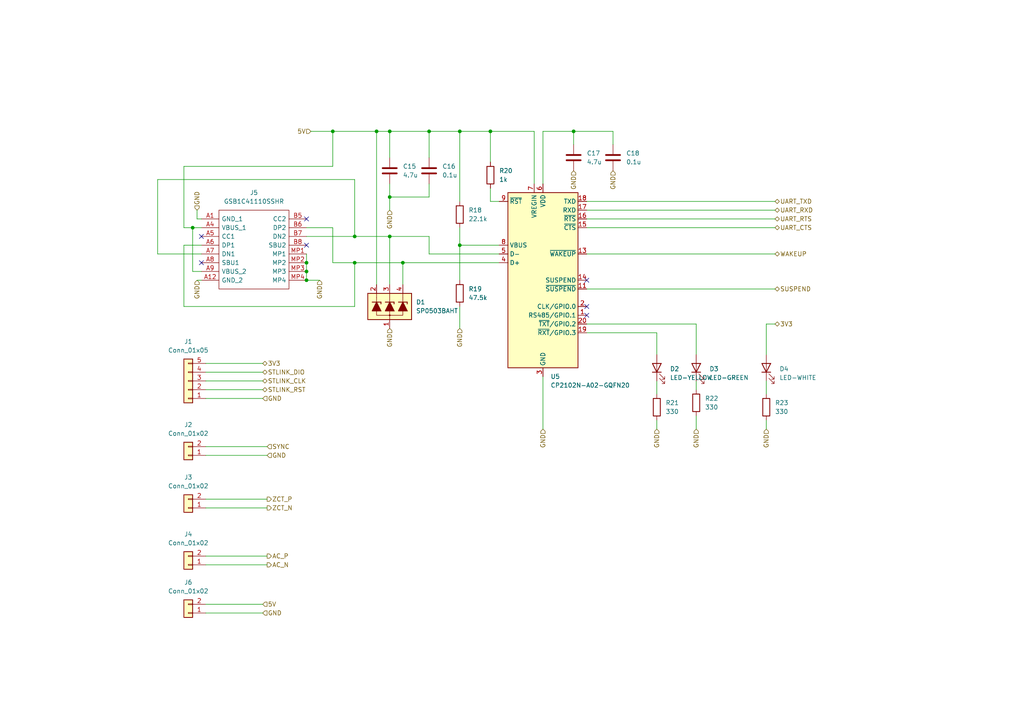
<source format=kicad_sch>
(kicad_sch (version 20231120) (generator "eeschema") (generator_version "8.0")
  (paper "A4")
  (title_block (title "LiveRCMeter") (date "2024-11-24") (company "ktw07182@gmail.com"))
  (lib_symbols
    (symbol "Connector_Generic:Conn_01x05" (pin_names (offset 1.016) hide)
      (property "Reference" "J" (at 0 7.62 0))
      (property "Value" "Conn_01x05" (at 0 -7.62 0))
      (symbol "Conn_01x05_1_1"
        (rectangle (start -1.27 -4.953) (end 0 -5.207) (stroke (width 0.1524)))
        (rectangle (start -1.27 -2.413) (end 0 -2.667) (stroke (width 0.1524)))
        (rectangle (start -1.27 0.127) (end 0 -0.127) (stroke (width 0.1524)))
        (rectangle (start -1.27 2.667) (end 0 2.413) (stroke (width 0.1524)))
        (rectangle (start -1.27 5.207) (end 0 4.953) (stroke (width 0.1524)))
        (rectangle (start -1.27 6.35) (end 1.27 -6.35) (stroke (width 0.254)) (fill (type background)))
        (pin passive line (at -5.08 5.08 0) (length 3.81) (name "Pin_1") (number "1"))
        (pin passive line (at -5.08 2.54 0) (length 3.81) (name "Pin_2") (number "2"))
        (pin passive line (at -5.08 0 0) (length 3.81) (name "Pin_3") (number "3"))
        (pin passive line (at -5.08 -2.54 0) (length 3.81) (name "Pin_4") (number "4"))
        (pin passive line (at -5.08 -5.08 0) (length 3.81) (name "Pin_5") (number "5"))
      )
    )
    (symbol "Device:LED" (pin_numbers hide) (pin_names (offset 1.016) hide)
      (property "Reference" "D" (at 0 2.54 0))
      (property "Value" "LED" (at 0 -2.54 0))
      (symbol "LED_0_1"
        (polyline (pts (xy -1.27 -1.27) (xy -1.27 1.27)) (stroke (width 0.254)))
        (polyline (pts (xy -1.27 0) (xy 1.27 0)))
        (polyline (pts (xy 1.27 -1.27) (xy 1.27 1.27) (xy -1.27 0) (xy 1.27 -1.27)) (stroke (width 0.254)))
        (polyline (pts (xy -3.048 -0.762) (xy -4.572 -2.286) (xy -3.81 -2.286) (xy -4.572 -2.286) (xy -4.572 -1.524)))
        (polyline (pts (xy -1.778 -0.762) (xy -3.302 -2.286) (xy -2.54 -2.286) (xy -3.302 -2.286) (xy -3.302 -1.524)))
      )
      (symbol "LED_1_1"
        (pin passive line (at -3.81 0 0) (length 2.54) (name "K") (number "1"))
        (pin passive line (at 3.81 0 180) (length 2.54) (name "A") (number "2"))
      )
    )
    (symbol "Interface_USB:CP2102N-Axx-xQFN20"
      (property "Reference" "U" (at -8.89 26.67 0))
      (property "Value" "CP2102N-Axx-xQFN20" (at 12.7 26.67 0))
      (symbol "CP2102N-Axx-xQFN20_0_1"
        (rectangle (start -10.16 25.4) (end 10.16 -25.4) (stroke (width 0.254)) (fill (type background)))
      )
      (symbol "CP2102N-Axx-xQFN20_1_1"
        (pin bidirectional line (at 12.7 -10.16 180) (length 2.54) (name "RS485/GPIO.1") (number "1"))
        (pin no_connect line (at -10.16 -22.86 0) (length 2.54) hide (name "NC") (number "10"))
        (pin output line (at 12.7 -2.54 180) (length 2.54) (name "~{SUSPEND}") (number "11"))
        (pin passive line (at 0 -27.94 90) (length 2.54) hide (name "GND") (number "12"))
        (pin input line (at 12.7 7.62 180) (length 2.54) (name "~{WAKEUP}") (number "13"))
        (pin output line (at 12.7 0 180) (length 2.54) (name "SUSPEND") (number "14"))
        (pin input line (at 12.7 15.24 180) (length 2.54) (name "~{CTS}") (number "15"))
        (pin output line (at 12.7 17.78 180) (length 2.54) (name "~{RTS}") (number "16"))
        (pin input line (at 12.7 20.32 180) (length 2.54) (name "RXD") (number "17"))
        (pin output line (at 12.7 22.86 180) (length 2.54) (name "TXD") (number "18"))
        (pin bidirectional line (at 12.7 -15.24 180) (length 2.54) (name "~{RXT}/GPIO.3") (number "19"))
        (pin bidirectional line (at 12.7 -7.62 180) (length 2.54) (name "CLK/GPIO.0") (number "2"))
        (pin bidirectional line (at 12.7 -12.7 180) (length 2.54) (name "~{TXT}/GPIO.2") (number "20"))
        (pin passive line (at 0 -27.94 90) (length 2.54) hide (name "GND") (number "21"))
        (pin power_in line (at 0 -27.94 90) (length 2.54) (name "GND") (number "3"))
        (pin bidirectional line (at -12.7 5.08 0) (length 2.54) (name "D+") (number "4"))
        (pin bidirectional line (at -12.7 7.62 0) (length 2.54) (name "D-") (number "5"))
        (pin power_in line (at 0 27.94 270) (length 2.54) (name "VDD") (number "6"))
        (pin power_in line (at -2.54 27.94 270) (length 2.54) (name "VREGIN") (number "7"))
        (pin input line (at -12.7 10.16 0) (length 2.54) (name "VBUS") (number "8"))
        (pin input line (at -12.7 22.86 0) (length 2.54) (name "~{RST}") (number "9"))
      )
    )
    (symbol "Mouser:GSB1C41110SSHR" (pin_names (offset 0.762))
      (property "Reference" "J" (at 26.67 7.62 0))
      (property "Value" "GSB1C41110SSHR" (at 26.67 5.08 0))
      (symbol "GSB1C41110SSHR_0_0"
        (pin passive line (at 0 0 0) (length 5.08) (name "GND_1") (number "A1"))
        (pin passive line (at 0 -17.78 0) (length 5.08) (name "GND_2") (number "A12"))
        (pin passive line (at 0 -2.54 0) (length 5.08) (name "VBUS_1") (number "A4"))
        (pin passive line (at 0 -5.08 0) (length 5.08) (name "CC1") (number "A5"))
        (pin passive line (at 0 -7.62 0) (length 5.08) (name "DP1") (number "A6"))
        (pin passive line (at 0 -10.16 0) (length 5.08) (name "DN1") (number "A7"))
        (pin passive line (at 0 -12.7 0) (length 5.08) (name "SBU1") (number "A8"))
        (pin passive line (at 0 -15.24 0) (length 5.08) (name "VBUS_2") (number "A9"))
        (pin passive line (at 30.48 0 180) (length 5.08) (name "CC2") (number "B5"))
        (pin passive line (at 30.48 -2.54 180) (length 5.08) (name "DP2") (number "B6"))
        (pin passive line (at 30.48 -5.08 180) (length 5.08) (name "DN2") (number "B7"))
        (pin passive line (at 30.48 -7.62 180) (length 5.08) (name "SBU2") (number "B8"))
        (pin passive line (at 30.48 -10.16 180) (length 5.08) (name "MP1") (number "MP1"))
        (pin passive line (at 30.48 -12.7 180) (length 5.08) (name "MP2") (number "MP2"))
        (pin passive line (at 30.48 -15.24 180) (length 5.08) (name "MP3") (number "MP3"))
        (pin passive line (at 30.48 -17.78 180) (length 5.08) (name "MP4") (number "MP4"))
      )
      (symbol "GSB1C41110SSHR_0_1"
        (polyline (pts (xy 5.08 2.54) (xy 25.4 2.54) (xy 25.4 -20.32) (xy 5.08 -20.32) (xy 5.08 2.54)) (stroke (width 0.1524)))
      )
    )
    (symbol "PCM_4ms_Connector:Conn_01x02" (pin_names (offset 1.016) hide)
      (property "Reference" "J" (at 0 2.54 0))
      (property "Value" "Conn_01x02" (at 0 -5.08 0))
      (symbol "Conn_01x02_1_1"
        (rectangle (start -1.27 -2.413) (end 0 -2.667) (stroke (width 0.1524)))
        (rectangle (start -1.27 0.127) (end 0 -0.127) (stroke (width 0.1524)))
        (rectangle (start -1.27 1.27) (end 1.27 -3.81) (stroke (width 0.254)) (fill (type background)))
        (pin passive line (at -5.08 0 0) (length 3.81) (name "Pin_1") (number "1"))
        (pin passive line (at -5.08 -2.54 0) (length 3.81) (name "Pin_2") (number "2"))
      )
    )
    (symbol "PCM_Capacitor_AKL:C_0402" (pin_numbers hide) (pin_names (offset 0.254))
      (property "Reference" "C" (at 0.635 2.54 0))
      (property "Value" "C_0402" (at 0.635 -2.54 0))
      (symbol "C_0402_0_1"
        (polyline (pts (xy -2.032 -0.762) (xy 2.032 -0.762)) (stroke (width 0.508)))
        (polyline (pts (xy -2.032 0.762) (xy 2.032 0.762)) (stroke (width 0.508)))
      )
      (symbol "C_0402_0_2"
        (polyline (pts (xy -2.54 -2.54) (xy -0.381 -0.381)))
        (polyline (pts (xy -0.508 -0.508) (xy -1.651 0.635)) (stroke (width 0.508)))
        (polyline (pts (xy -0.508 -0.508) (xy 0.635 -1.651)) (stroke (width 0.508)))
        (polyline (pts (xy 0.381 0.381) (xy 2.54 2.54)))
        (polyline (pts (xy 0.508 0.508) (xy -0.635 1.651)) (stroke (width 0.508)))
        (polyline (pts (xy 0.508 0.508) (xy 1.651 -0.635)) (stroke (width 0.508)))
      )
      (symbol "C_0402_1_1"
        (pin passive line (at 0 3.81 270) (length 2.794) (name "~") (number "1"))
        (pin passive line (at 0 -3.81 90) (length 2.794) (name "~") (number "2"))
      )
      (symbol "C_0402_1_2"
        (pin passive line (at 2.54 2.54 270) (length 0) (name "~") (number "1"))
        (pin passive line (at -2.54 -2.54 90) (length 0) (name "~") (number "2"))
      )
    )
    (symbol "PCM_Diode_TVS_AKL:SP0503BAHT" (pin_names (offset 1.016) hide)
      (property "Reference" "D" (at 7.62 1.27 0))
      (property "Value" "SP0503BAHT" (at 7.62 -1.27 0))
      (symbol "SP0503BAHT_0_1"
        (rectangle (start -6.35 3.81) (end 6.35 -3.81) (stroke (width 0.254)) (fill (type background)))
        (circle (center 0 -2.54) (radius 0.1778) (fill (type outline)))
        (polyline (pts (xy -3.81 1.27) (xy -3.81 2.54)))
        (polyline (pts (xy -3.81 2.54) (xy -3.81 3.81)))
        (polyline (pts (xy 0 -3.81) (xy 0 -2.54)))
        (polyline (pts (xy 0 -2.54) (xy 0 -1.27)))
        (polyline (pts (xy 0 1.27) (xy 0 2.54)))
        (polyline (pts (xy 0 2.54) (xy 0 3.81)))
        (polyline (pts (xy 3.81 1.27) (xy 3.81 2.54)))
        (polyline (pts (xy 3.81 2.54) (xy 3.81 3.81)))
        (polyline (pts (xy -3.81 -1.27) (xy -3.81 -2.54) (xy 3.81 -2.54) (xy 3.81 -1.27)) (stroke (width 0.1524)))
      )
      (symbol "SP0503BAHT_1_1"
        (polyline (pts (xy -5.08 1.27) (xy -2.54 1.27)) (stroke (width 0.254)))
        (polyline (pts (xy -3.81 -1.27) (xy -3.81 1.27)))
        (polyline (pts (xy -2.54 1.27) (xy -2.54 0.762)) (stroke (width 0.254)))
        (polyline (pts (xy -1.27 1.27) (xy 1.27 1.27)) (stroke (width 0.254)))
        (polyline (pts (xy 0 -1.27) (xy 0 1.27)))
        (polyline (pts (xy 1.27 1.27) (xy 1.27 0.762)) (stroke (width 0.254)))
        (polyline (pts (xy 2.54 1.27) (xy 5.08 1.27)) (stroke (width 0.254)))
        (polyline (pts (xy 3.81 -1.27) (xy 3.81 1.27)))
        (polyline (pts (xy 5.08 1.27) (xy 5.08 0.762)) (stroke (width 0.254)))
        (polyline (pts (xy -2.54 -1.27) (xy -5.08 -1.27) (xy -3.81 1.27) (xy -2.54 -1.27)) (stroke (width 0.254)) (fill (type outline)))
        (polyline (pts (xy 1.27 -1.27) (xy -1.27 -1.27) (xy 0 1.27) (xy 1.27 -1.27)) (stroke (width 0.254)) (fill (type outline)))
        (polyline (pts (xy 5.08 -1.27) (xy 2.54 -1.27) (xy 3.81 1.27) (xy 5.08 -1.27)) (stroke (width 0.254)) (fill (type outline)))
        (pin passive line (at 0 -6.35 90) (length 2.54) (name "VN") (number "1"))
        (pin passive line (at -3.81 6.35 270) (length 2.54) (name "L1") (number "2"))
        (pin passive line (at 0 6.35 270) (length 2.54) (name "L2") (number "3"))
        (pin passive line (at 3.81 6.35 270) (length 2.54) (name "L3") (number "4"))
      )
    )
    (symbol "PCM_Resistor_AKL:R_0402" (pin_numbers hide) (pin_names (offset 0))
      (property "Reference" "R" (at 2.54 1.27 0))
      (property "Value" "R_0402" (at 2.54 -1.27 0))
      (symbol "R_0402_0_1"
        (rectangle (start -1.016 2.54) (end 1.016 -2.54) (stroke (width 0.254)))
      )
      (symbol "R_0402_0_2"
        (polyline (pts (xy -2.54 -2.54) (xy -1.524 -1.524)))
        (polyline (pts (xy 1.524 1.524) (xy 2.54 2.54)))
        (polyline (pts (xy 1.524 1.524) (xy 0.889 2.159) (xy -2.159 -0.889) (xy -0.889 -2.159) (xy 2.159 0.889) (xy 1.524 1.524)) (stroke (width 0.254)))
      )
      (symbol "R_0402_1_1"
        (pin passive line (at 0 3.81 270) (length 1.27) (name "~") (number "1"))
        (pin passive line (at 0 -3.81 90) (length 1.27) (name "~") (number "2"))
      )
      (symbol "R_0402_1_2"
        (pin passive line (at 2.54 2.54 180) (length 0) (name "") (number "1"))
        (pin passive line (at -2.54 -2.54 0) (length 0) (name "") (number "2"))
      )
    )
  )
  (junction (at 109.22 38.1))
  (junction (at 166.37 38.1))
  (junction (at 88.9 76.2))
  (junction (at 55.88 66.04))
  (junction (at 102.87 76.2))
  (junction (at 133.35 71.12))
  (junction (at 102.87 68.58))
  (junction (at 133.35 38.1))
  (junction (at 96.52 38.1))
  (junction (at 88.9 81.28))
  (junction (at 116.84 76.2))
  (junction (at 113.03 57.15))
  (junction (at 113.03 38.1))
  (junction (at 142.24 38.1))
  (junction (at 113.03 68.58))
  (junction (at 124.46 38.1))
  (junction (at 88.9 78.74))
  (no_connect (at 88.9 63.5))
  (no_connect (at 58.42 76.2))
  (no_connect (at 170.18 81.28))
  (no_connect (at 88.9 71.12))
  (no_connect (at 170.18 91.44))
  (no_connect (at 170.18 88.9))
  (no_connect (at 58.42 68.58))
  (wire (pts (xy 59.69 129.54) (xy 77.47 129.54)))
  (wire (pts (xy 59.69 177.8) (xy 76.2 177.8)))
  (wire (pts (xy 59.69 175.26) (xy 76.2 175.26)))
  (wire (pts (xy 170.18 60.96) (xy 224.79 60.96)))
  (wire (pts (xy 113.03 38.1) (xy 124.46 38.1)))
  (wire (pts (xy 59.69 107.95) (xy 76.2 107.95)))
  (wire (pts (xy 142.24 38.1) (xy 154.94 38.1)))
  (wire (pts (xy 102.87 76.2) (xy 116.84 76.2)))
  (wire (pts (xy 96.52 38.1) (xy 109.22 38.1)))
  (wire (pts (xy 88.9 66.04) (xy 96.52 66.04)))
  (wire (pts (xy 201.93 120.65) (xy 201.93 124.46)))
  (wire (pts (xy 96.52 76.2) (xy 102.87 76.2)))
  (wire (pts (xy 201.93 113.03) (xy 201.93 110.49)))
  (wire (pts (xy 102.87 52.07) (xy 102.87 68.58)))
  (wire (pts (xy 53.34 88.9) (xy 53.34 71.12)))
  (wire (pts (xy 113.03 68.58) (xy 113.03 82.55)))
  (wire (pts (xy 142.24 58.42) (xy 144.78 58.42)))
  (wire (pts (xy 57.15 60.96) (xy 57.15 63.5)))
  (wire (pts (xy 116.84 76.2) (xy 116.84 82.55)))
  (wire (pts (xy 224.79 93.98) (xy 222.25 93.98)))
  (wire (pts (xy 88.9 73.66) (xy 88.9 76.2)))
  (wire (pts (xy 92.71 81.28) (xy 88.9 81.28)))
  (wire (pts (xy 113.03 53.34) (xy 113.03 57.15)))
  (wire (pts (xy 116.84 76.2) (xy 144.78 76.2)))
  (wire (pts (xy 76.2 115.57) (xy 59.69 115.57)))
  (wire (pts (xy 96.52 48.26) (xy 96.52 38.1)))
  (wire (pts (xy 133.35 71.12) (xy 133.35 81.28)))
  (wire (pts (xy 133.35 66.04) (xy 133.35 71.12)))
  (wire (pts (xy 53.34 48.26) (xy 96.52 48.26)))
  (wire (pts (xy 45.72 52.07) (xy 45.72 73.66)))
  (wire (pts (xy 102.87 88.9) (xy 53.34 88.9)))
  (wire (pts (xy 58.42 66.04) (xy 55.88 66.04)))
  (wire (pts (xy 124.46 68.58) (xy 124.46 73.66)))
  (wire (pts (xy 59.69 105.41) (xy 76.2 105.41)))
  (wire (pts (xy 170.18 83.82) (xy 224.79 83.82)))
  (wire (pts (xy 124.46 38.1) (xy 124.46 45.72)))
  (wire (pts (xy 109.22 38.1) (xy 113.03 38.1)))
  (wire (pts (xy 166.37 38.1) (xy 166.37 41.91)))
  (wire (pts (xy 58.42 78.74) (xy 55.88 78.74)))
  (wire (pts (xy 170.18 73.66) (xy 224.79 73.66)))
  (wire (pts (xy 90.17 38.1) (xy 96.52 38.1)))
  (wire (pts (xy 57.15 63.5) (xy 58.42 63.5)))
  (wire (pts (xy 53.34 66.04) (xy 53.34 48.26)))
  (wire (pts (xy 45.72 52.07) (xy 102.87 52.07)))
  (wire (pts (xy 113.03 38.1) (xy 113.03 45.72)))
  (wire (pts (xy 190.5 96.52) (xy 170.18 96.52)))
  (wire (pts (xy 59.69 132.08) (xy 77.47 132.08)))
  (wire (pts (xy 157.48 124.46) (xy 157.48 109.22)))
  (wire (pts (xy 55.88 78.74) (xy 55.88 66.04)))
  (wire (pts (xy 154.94 38.1) (xy 154.94 53.34)))
  (wire (pts (xy 190.5 110.49) (xy 190.5 114.3)))
  (wire (pts (xy 109.22 38.1) (xy 109.22 82.55)))
  (wire (pts (xy 102.87 76.2) (xy 102.87 88.9)))
  (wire (pts (xy 124.46 53.34) (xy 124.46 57.15)))
  (wire (pts (xy 88.9 76.2) (xy 88.9 78.74)))
  (wire (pts (xy 88.9 68.58) (xy 102.87 68.58)))
  (wire (pts (xy 59.69 161.29) (xy 77.47 161.29)))
  (wire (pts (xy 222.25 121.92) (xy 222.25 124.46)))
  (wire (pts (xy 222.25 93.98) (xy 222.25 102.87)))
  (wire (pts (xy 133.35 95.25) (xy 133.35 88.9)))
  (wire (pts (xy 222.25 110.49) (xy 222.25 114.3)))
  (wire (pts (xy 133.35 38.1) (xy 142.24 38.1)))
  (wire (pts (xy 77.47 147.32) (xy 59.69 147.32)))
  (wire (pts (xy 177.8 38.1) (xy 166.37 38.1)))
  (wire (pts (xy 57.15 81.28) (xy 58.42 81.28)))
  (wire (pts (xy 190.5 124.46) (xy 190.5 121.92)))
  (wire (pts (xy 58.42 73.66) (xy 45.72 73.66)))
  (wire (pts (xy 124.46 57.15) (xy 113.03 57.15)))
  (wire (pts (xy 53.34 71.12) (xy 58.42 71.12)))
  (wire (pts (xy 170.18 66.04) (xy 224.79 66.04)))
  (wire (pts (xy 170.18 63.5) (xy 224.79 63.5)))
  (wire (pts (xy 157.48 53.34) (xy 157.48 38.1)))
  (wire (pts (xy 124.46 38.1) (xy 133.35 38.1)))
  (wire (pts (xy 96.52 66.04) (xy 96.52 76.2)))
  (wire (pts (xy 113.03 68.58) (xy 124.46 68.58)))
  (wire (pts (xy 55.88 66.04) (xy 53.34 66.04)))
  (wire (pts (xy 201.93 93.98) (xy 201.93 102.87)))
  (wire (pts (xy 170.18 93.98) (xy 201.93 93.98)))
  (wire (pts (xy 102.87 68.58) (xy 113.03 68.58)))
  (wire (pts (xy 170.18 58.42) (xy 224.79 58.42)))
  (wire (pts (xy 133.35 71.12) (xy 144.78 71.12)))
  (wire (pts (xy 177.8 41.91) (xy 177.8 38.1)))
  (wire (pts (xy 59.69 113.03) (xy 76.2 113.03)))
  (wire (pts (xy 59.69 163.83) (xy 77.47 163.83)))
  (wire (pts (xy 142.24 54.61) (xy 142.24 58.42)))
  (wire (pts (xy 77.47 144.78) (xy 59.69 144.78)))
  (wire (pts (xy 124.46 73.66) (xy 144.78 73.66)))
  (wire (pts (xy 59.69 110.49) (xy 76.2 110.49)))
  (wire (pts (xy 157.48 38.1) (xy 166.37 38.1)))
  (wire (pts (xy 190.5 102.87) (xy 190.5 96.52)))
  (wire (pts (xy 133.35 38.1) (xy 133.35 58.42)))
  (wire (pts (xy 113.03 57.15) (xy 113.03 60.96)))
  (wire (pts (xy 142.24 38.1) (xy 142.24 46.99)))
  (wire (pts (xy 88.9 78.74) (xy 88.9 81.28)))
  (hierarchical_label "GND" (shape input) (at 190.5 124.46 270))
  (hierarchical_label "GND" (shape input) (at 133.35 95.25 270))
  (hierarchical_label "SUSPEND" (shape bidirectional) (at 224.79 83.82 0))
  (hierarchical_label "GND" (shape input) (at 222.25 124.46 270))
  (hierarchical_label "GND" (shape input) (at 57.15 60.96 90))
  (hierarchical_label "5V" (shape input) (at 76.2 175.26 0))
  (hierarchical_label "GND" (shape input) (at 76.2 115.57 0))
  (hierarchical_label "AC_P" (shape output) (at 77.47 161.29 0))
  (hierarchical_label "GND" (shape input) (at 157.48 124.46 270))
  (hierarchical_label "GND" (shape input) (at 77.47 132.08 0))
  (hierarchical_label "UART_RTS" (shape bidirectional) (at 224.79 63.5 0))
  (hierarchical_label "ZCT_N" (shape output) (at 77.47 147.32 0))
  (hierarchical_label "UART_RXD" (shape bidirectional) (at 224.79 60.96 0))
  (hierarchical_label "GND" (shape input) (at 201.93 124.46 270))
  (hierarchical_label "GND" (shape input) (at 57.15 81.28 270))
  (hierarchical_label "GND" (shape input) (at 113.03 60.96 270))
  (hierarchical_label "ZCT_P" (shape output) (at 77.47 144.78 0))
  (hierarchical_label "GND" (shape input) (at 177.8 49.53 270))
  (hierarchical_label "GND" (shape input) (at 113.03 95.25 270))
  (hierarchical_label "GND" (shape input) (at 166.37 49.53 270))
  (hierarchical_label "WAKEUP" (shape bidirectional) (at 224.79 73.66 0))
  (hierarchical_label "3V3" (shape bidirectional) (at 224.79 93.98 0))
  (hierarchical_label "AC_N" (shape output) (at 77.47 163.83 0))
  (hierarchical_label "STLINK_RST" (shape bidirectional) (at 76.2 113.03 0))
  (hierarchical_label "UART_CTS" (shape bidirectional) (at 224.79 66.04 0))
  (hierarchical_label "UART_TXD" (shape bidirectional) (at 224.79 58.42 0))
  (hierarchical_label "STLINK_CLK" (shape bidirectional) (at 76.2 110.49 0))
  (hierarchical_label "3V3" (shape bidirectional) (at 76.2 105.41 0))
  (hierarchical_label "5V" (shape input) (at 90.17 38.1 180))
  (hierarchical_label "GND" (shape input) (at 92.71 81.28 270))
  (hierarchical_label "SYNC" (shape input) (at 77.47 129.54 0))
  (hierarchical_label "GND" (shape input) (at 76.2 177.8 0))
  (hierarchical_label "STLINK_DIO" (shape bidirectional) (at 76.2 107.95 0))
  (symbol (lib_id "Device:LED") (at 201.93 106.68 90) (unit 1)
    (property "Reference" "D3" (at 205.74 106.9974 90) (effects (justify right)))
    (property "Value" "LED-GREEN" (at 205.74 109.5374 90) (effects (justify right)))
    (property "Footprint" "LED_SMD:LED_0402_1005Metric" (effects (hide yes)))
    (property "Description" "Light emitting diode" (effects (hide yes)))
  )
  (symbol (lib_id "PCM_4ms_Connector:Conn_01x02") (at 54.61 163.83 180) (unit 1)
    (property "Reference" "J4" (at 54.61 154.94 0))
    (property "Value" "Conn_01x02" (at 54.61 157.48 0))
    (property "Footprint" "Connector_PinHeader_2.54mm:PinHeader_1x02_P2.54mm_Vertical" (effects (hide yes)))
    (property "Description" "HEADER 1x2 MALE PINS 0.100” 180deg" (effects (hide yes)))
    (property "Specifications" "Pins_01x02, Header, Male Pins, 1*2, spacing 2.54mm, straight pin" (effects (hide yes)))
    (property "Manufacturer" "TAD" (effects (hide yes)))
    (property "Part Number" "1-0201FBV0T" (effects (hide yes)))
  )
  (symbol (lib_id "PCM_Capacitor_AKL:C_0402") (at 177.8 45.72 180) (unit 1)
    (property "Reference" "C18" (at 181.61 44.4499 0) (effects (justify right)))
    (property "Value" "0.1u" (at 181.61 46.9899 0) (effects (justify right)))
    (property "Footprint" "PCM_Capacitor_SMD_AKL:C_0402_1005Metric" (effects (hide yes)))
    (property "Description" "SMD 0402 MLCC capacitor, Alternate KiCad Library" (effects (hide yes)))
  )
  (symbol (lib_id "PCM_Resistor_AKL:R_0402") (at 222.25 118.11 0) (unit 1)
    (property "Reference" "R23" (at 224.79 116.8399 0) (effects (justify left)))
    (property "Value" "330" (at 224.79 119.3799 0) (effects (justify left)))
    (property "Footprint" "PCM_Resistor_SMD_AKL:R_0402_1005Metric" (effects (hide yes)))
    (property "Description" "SMD 0402 Chip Resistor, European Symbol, Alternate KiCad Library" (effects (hide yes)))
  )
  (symbol (lib_id "PCM_4ms_Connector:Conn_01x02") (at 54.61 177.8 180) (unit 1)
    (property "Reference" "J6" (at 54.61 168.91 0))
    (property "Value" "Conn_01x02" (at 54.61 171.45 0))
    (property "Footprint" "Connector_PinHeader_2.54mm:PinHeader_1x02_P2.54mm_Vertical" (effects (hide yes)))
    (property "Description" "HEADER 1x2 MALE PINS 0.100” 180deg" (effects (hide yes)))
    (property "Specifications" "Pins_01x02, Header, Male Pins, 1*2, spacing 2.54mm, straight pin" (effects (hide yes)))
    (property "Manufacturer" "TAD" (effects (hide yes)))
    (property "Part Number" "1-0201FBV0T" (effects (hide yes)))
  )
  (symbol (lib_id "PCM_Capacitor_AKL:C_0402") (at 113.03 49.53 180) (unit 1)
    (property "Reference" "C15" (at 116.84 48.2599 0) (effects (justify right)))
    (property "Value" "4.7u" (at 116.84 50.7999 0) (effects (justify right)))
    (property "Footprint" "PCM_Capacitor_SMD_AKL:C_0805_2012Metric_Pad1.15x1.40mm" (effects (hide yes)))
    (property "Description" "SMD 0402 MLCC capacitor, Alternate KiCad Library" (effects (hide yes)))
  )
  (symbol (lib_id "PCM_Capacitor_AKL:C_0402") (at 166.37 45.72 180) (unit 1)
    (property "Reference" "C17" (at 170.18 44.4499 0) (effects (justify right)))
    (property "Value" "4.7u" (at 170.18 46.9899 0) (effects (justify right)))
    (property "Footprint" "PCM_Capacitor_SMD_AKL:C_0805_2012Metric_Pad1.15x1.40mm" (effects (hide yes)))
    (property "Description" "SMD 0402 MLCC capacitor, Alternate KiCad Library" (effects (hide yes)))
  )
  (symbol (lib_id "PCM_Diode_TVS_AKL:SP0503BAHT") (at 113.03 88.9 0) (unit 1)
    (property "Reference" "D1" (at 120.65 87.6299 0) (effects (justify left)))
    (property "Value" "SP0503BAHT" (at 120.65 90.1699 0) (effects (justify left)))
    (property "Footprint" "PCM_Package_TO_SOT_SMD_AKL:SOT-143" (effects (hide yes)))
    (property "Datasheet" "https://www.tme.eu/Document/ca7ed7e840192927c2f50631891ac6c9/SP05xxBA.pdf" (effects (hide yes)))
    (property "Description" "SOT-143 TVS Diode array, 3xUnidirectional, 5.5V, Alternate KiCAD Library" (effects (hide yes)))
  )
  (symbol (lib_id "Interface_USB:CP2102N-Axx-xQFN20") (at 157.48 81.28 0) (unit 1)
    (property "Reference" "U5" (at 159.6741 109.22 0) (effects (justify left)))
    (property "Value" "CP2102N-A02-GQFN20" (at 159.6741 111.76 0) (effects (justify left)))
    (property "Footprint" "Mouser:CP2102NA02GQFN20" (effects (hide yes)))
    (property "Datasheet" "https://www.silabs.com/documents/public/data-sheets/cp2102n-datasheet.pdf" (effects (hide yes)))
    (property "Description" "USB to UART master bridge, QFN-20" (effects (hide yes)))
  )
  (symbol (lib_id "PCM_Resistor_AKL:R_0402") (at 201.93 116.84 0) (unit 1)
    (property "Reference" "R22" (at 204.47 115.5699 0) (effects (justify left)))
    (property "Value" "330" (at 204.47 118.1099 0) (effects (justify left)))
    (property "Footprint" "PCM_Resistor_SMD_AKL:R_0402_1005Metric" (effects (hide yes)))
    (property "Description" "SMD 0402 Chip Resistor, European Symbol, Alternate KiCad Library" (effects (hide yes)))
  )
  (symbol (lib_id "Device:LED") (at 190.5 106.68 90) (unit 1)
    (property "Reference" "D2" (at 194.31 106.9974 90) (effects (justify right)))
    (property "Value" "LED-YELLOW" (at 194.31 109.5374 90) (effects (justify right)))
    (property "Footprint" "LED_SMD:LED_0402_1005Metric" (effects (hide yes)))
    (property "Description" "Light emitting diode" (effects (hide yes)))
  )
  (symbol (lib_id "Mouser:GSB1C41110SSHR") (at 58.42 63.5 0) (unit 1)
    (property "Reference" "J5" (at 73.66 55.88 0))
    (property "Value" "GSB1C41110SSHR" (at 73.66 58.42 0))
    (property "Footprint" "Mouser:GSB1C41110SSHR" (effects (hide yes)))
    (property "Datasheet" "https://cdn.amphenol-cs.com/media/wysiwyg/files/drawing/gsb1c41x10sshr-ax1.pdf" (effects (hide yes)))
    (property "Description" "USB2.0, Type C, Top mount, Center Height 1.63mm, Single Row Surface Mount" (effects (hide yes)))
    (property "Description_1" "USB2.0, Type C, Top mount, Center Height 1.63mm, Single Row Surface Mount" (effects (hide yes)))
    (property "Height" "3.41" (effects (hide yes)))
    (property "Manufacturer_Name" "Amphenol Communications Solutions" (effects (hide yes)))
    (property "Manufacturer_Part_Number" "GSB1C41110SSHR" (effects (hide yes)))
  )
  (symbol (lib_id "PCM_Resistor_AKL:R_0402") (at 133.35 85.09 180) (unit 1)
    (property "Reference" "R19" (at 135.89 83.8199 0) (effects (justify right)))
    (property "Value" "47.5k" (at 135.89 86.3599 0) (effects (justify right)))
    (property "Footprint" "PCM_Resistor_SMD_AKL:R_0402_1005Metric" (effects (hide yes)))
    (property "Description" "SMD 0402 Chip Resistor, European Symbol, Alternate KiCad Library" (effects (hide yes)))
  )
  (symbol (lib_id "PCM_Capacitor_AKL:C_0402") (at 124.46 49.53 180) (unit 1)
    (property "Reference" "C16" (at 128.27 48.2599 0) (effects (justify right)))
    (property "Value" "0.1u" (at 128.27 50.7999 0) (effects (justify right)))
    (property "Footprint" "PCM_Capacitor_SMD_AKL:C_0402_1005Metric" (effects (hide yes)))
    (property "Description" "SMD 0402 MLCC capacitor, Alternate KiCad Library" (effects (hide yes)))
  )
  (symbol (lib_id "Connector_Generic:Conn_01x05") (at 54.61 110.49 180) (unit 1)
    (property "Reference" "J1" (at 54.61 99.06 0))
    (property "Value" "Conn_01x05" (at 54.61 101.6 0))
    (property "Footprint" "Connector_PinSocket_2.54mm:PinSocket_1x05_P2.54mm_Vertical" (effects (hide yes)))
    (property "Description" "Generic connector, single row, 01x05, script generated (kicad-library-utils/schlib/autogen/connector/)" (effects (hide yes)))
  )
  (symbol (lib_id "Device:LED") (at 222.25 106.68 90) (unit 1)
    (property "Reference" "D4" (at 226.06 106.9974 90) (effects (justify right)))
    (property "Value" "LED-WHITE" (at 226.06 109.5374 90) (effects (justify right)))
    (property "Footprint" "LED_SMD:LED_0402_1005Metric" (effects (hide yes)))
    (property "Description" "Light emitting diode" (effects (hide yes)))
  )
  (symbol (lib_id "PCM_Resistor_AKL:R_0402") (at 142.24 50.8 180) (unit 1)
    (property "Reference" "R20" (at 144.78 49.5299 0) (effects (justify right)))
    (property "Value" "1k" (at 144.78 52.0699 0) (effects (justify right)))
    (property "Footprint" "PCM_Resistor_SMD_AKL:R_0402_1005Metric" (effects (hide yes)))
    (property "Description" "SMD 0402 Chip Resistor, European Symbol, Alternate KiCad Library" (effects (hide yes)))
  )
  (symbol (lib_id "PCM_Resistor_AKL:R_0402") (at 190.5 118.11 0) (unit 1)
    (property "Reference" "R21" (at 193.04 116.8399 0) (effects (justify left)))
    (property "Value" "330" (at 193.04 119.3799 0) (effects (justify left)))
    (property "Footprint" "PCM_Resistor_SMD_AKL:R_0402_1005Metric" (effects (hide yes)))
    (property "Description" "SMD 0402 Chip Resistor, European Symbol, Alternate KiCad Library" (effects (hide yes)))
  )
  (symbol (lib_id "PCM_4ms_Connector:Conn_01x02") (at 54.61 147.32 180) (unit 1)
    (property "Reference" "J3" (at 54.61 138.43 0))
    (property "Value" "Conn_01x02" (at 54.61 140.97 0))
    (property "Footprint" "Connector_PinHeader_2.54mm:PinHeader_1x02_P2.54mm_Vertical" (effects (hide yes)))
    (property "Description" "HEADER 1x2 MALE PINS 0.100” 180deg" (effects (hide yes)))
    (property "Specifications" "Pins_01x02, Header, Male Pins, 1*2, spacing 2.54mm, straight pin" (effects (hide yes)))
    (property "Manufacturer" "TAD" (effects (hide yes)))
    (property "Part Number" "1-0201FBV0T" (effects (hide yes)))
  )
  (symbol (lib_id "PCM_4ms_Connector:Conn_01x02") (at 54.61 132.08 180) (unit 1)
    (property "Reference" "J2" (at 54.61 123.19 0))
    (property "Value" "Conn_01x02" (at 54.61 125.73 0))
    (property "Footprint" "Connector_PinHeader_2.54mm:PinHeader_1x02_P2.54mm_Vertical" (effects (hide yes)))
    (property "Description" "HEADER 1x2 MALE PINS 0.100” 180deg" (effects (hide yes)))
    (property "Specifications" "Pins_01x02, Header, Male Pins, 1*2, spacing 2.54mm, straight pin" (effects (hide yes)))
    (property "Manufacturer" "TAD" (effects (hide yes)))
    (property "Part Number" "1-0201FBV0T" (effects (hide yes)))
  )
  (symbol (lib_id "PCM_Resistor_AKL:R_0402") (at 133.35 62.23 180) (unit 1)
    (property "Reference" "R18" (at 135.89 60.9599 0) (effects (justify right)))
    (property "Value" "22.1k" (at 135.89 63.4999 0) (effects (justify right)))
    (property "Footprint" "PCM_Resistor_SMD_AKL:R_0402_1005Metric" (effects (hide yes)))
    (property "Description" "SMD 0402 Chip Resistor, European Symbol, Alternate KiCad Library" (effects (hide yes)))
  )
)
</source>
